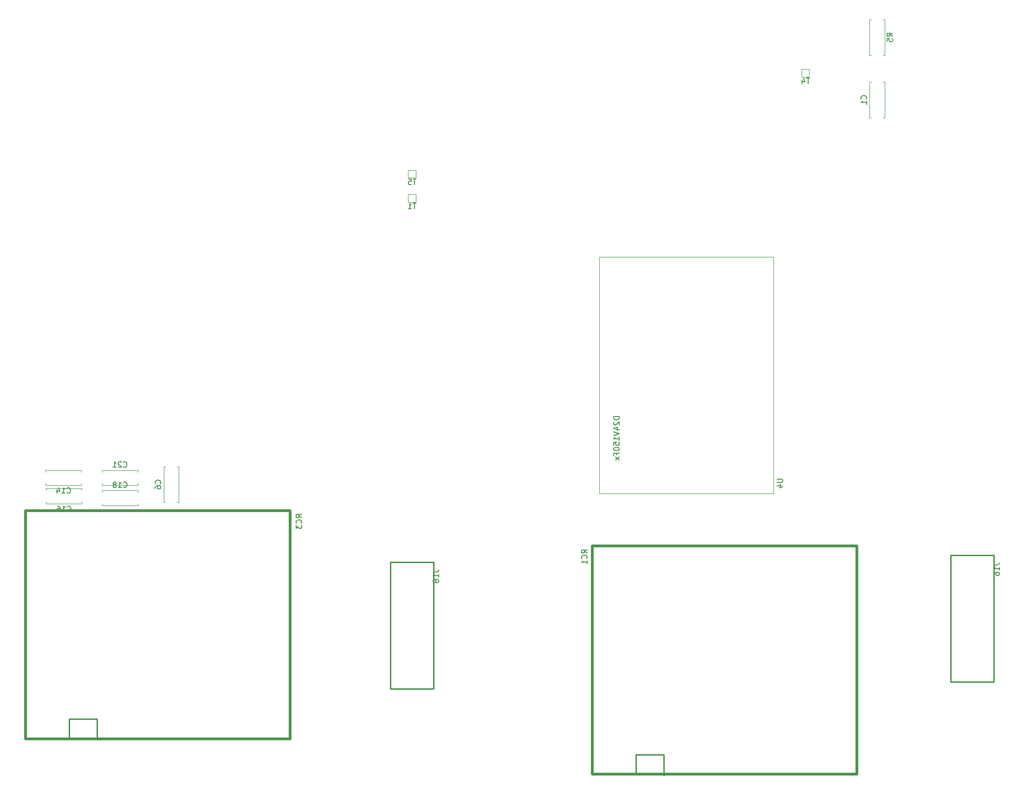
<source format=gbo>
G04 #@! TF.GenerationSoftware,KiCad,Pcbnew,(5.1.10-1-10_14)*
G04 #@! TF.CreationDate,2022-06-07T22:38:41-07:00*
G04 #@! TF.ProjectId,Control_Boards,436f6e74-726f-46c5-9f42-6f617264732e,rev?*
G04 #@! TF.SameCoordinates,Original*
G04 #@! TF.FileFunction,Legend,Bot*
G04 #@! TF.FilePolarity,Positive*
%FSLAX46Y46*%
G04 Gerber Fmt 4.6, Leading zero omitted, Abs format (unit mm)*
G04 Created by KiCad (PCBNEW (5.1.10-1-10_14)) date 2022-06-07 22:38:41*
%MOMM*%
%LPD*%
G01*
G04 APERTURE LIST*
%ADD10C,0.120000*%
%ADD11C,0.250000*%
%ADD12C,0.500000*%
%ADD13C,0.150000*%
G04 APERTURE END LIST*
D10*
X146177000Y-115506500D02*
X156337000Y-115506500D01*
X156337000Y-115506500D02*
X177927000Y-115506500D01*
X146177000Y-115506500D02*
X146177000Y-72326500D01*
X146177000Y-72326500D02*
X177927000Y-72326500D01*
X177927000Y-72326500D02*
X177927000Y-115506500D01*
X183069000Y-39435000D02*
X184469000Y-39435000D01*
X184469000Y-39435000D02*
X184469000Y-38035000D01*
X184469000Y-38035000D02*
X183069000Y-38035000D01*
X183069000Y-38035000D02*
X183069000Y-39435000D01*
X111314000Y-62295000D02*
X112714000Y-62295000D01*
X112714000Y-62295000D02*
X112714000Y-60895000D01*
X112714000Y-60895000D02*
X111314000Y-60895000D01*
X111314000Y-60895000D02*
X111314000Y-62295000D01*
X111314000Y-57850000D02*
X112714000Y-57850000D01*
X112714000Y-57850000D02*
X112714000Y-56450000D01*
X112714000Y-56450000D02*
X111314000Y-56450000D01*
X111314000Y-56450000D02*
X111314000Y-57850000D01*
D11*
X54605575Y-156654858D02*
X54605575Y-160464858D01*
X49525575Y-156654858D02*
X54605575Y-156654858D01*
X49525575Y-160210858D02*
X49525575Y-156654858D01*
D12*
X89835575Y-118604858D02*
X41575575Y-118604858D01*
X89835575Y-160260858D02*
X89835575Y-118604858D01*
X41575575Y-160260858D02*
X89835575Y-160260858D01*
X41575575Y-118604858D02*
X41575575Y-160260858D01*
D11*
X218186000Y-126746000D02*
X218186000Y-149860000D01*
X210312000Y-149860000D02*
X218186000Y-149860000D01*
X210312000Y-126746000D02*
X210312000Y-149860000D01*
X210312000Y-126746000D02*
X218186000Y-126746000D01*
X115951000Y-128016000D02*
X115951000Y-151130000D01*
X108077000Y-151130000D02*
X115951000Y-151130000D01*
X108077000Y-128016000D02*
X108077000Y-151130000D01*
X108077000Y-128016000D02*
X115951000Y-128016000D01*
X157946770Y-163112086D02*
X157946770Y-166922086D01*
X152866770Y-163112086D02*
X157946770Y-163112086D01*
X152866770Y-166668086D02*
X152866770Y-163112086D01*
D12*
X193176770Y-125062086D02*
X144916770Y-125062086D01*
X193176770Y-166718086D02*
X193176770Y-125062086D01*
X144916770Y-166718086D02*
X193176770Y-166718086D01*
X144916770Y-125062086D02*
X144916770Y-166718086D01*
D10*
X62020200Y-111545500D02*
X62020200Y-111215500D01*
X62020200Y-111215500D02*
X55480200Y-111215500D01*
X55480200Y-111215500D02*
X55480200Y-111545500D01*
X62020200Y-113625500D02*
X62020200Y-113955500D01*
X62020200Y-113955500D02*
X55480200Y-113955500D01*
X55480200Y-113955500D02*
X55480200Y-113625500D01*
X67057400Y-110560100D02*
X66727400Y-110560100D01*
X66727400Y-110560100D02*
X66727400Y-117100100D01*
X66727400Y-117100100D02*
X67057400Y-117100100D01*
X69137400Y-110560100D02*
X69467400Y-110560100D01*
X69467400Y-110560100D02*
X69467400Y-117100100D01*
X69467400Y-117100100D02*
X69137400Y-117100100D01*
X62045600Y-115228500D02*
X62045600Y-114898500D01*
X62045600Y-114898500D02*
X55505600Y-114898500D01*
X55505600Y-114898500D02*
X55505600Y-115228500D01*
X62045600Y-117308500D02*
X62045600Y-117638500D01*
X62045600Y-117638500D02*
X55505600Y-117638500D01*
X55505600Y-117638500D02*
X55505600Y-117308500D01*
X45193200Y-113625500D02*
X45193200Y-113955500D01*
X45193200Y-113955500D02*
X51733200Y-113955500D01*
X51733200Y-113955500D02*
X51733200Y-113625500D01*
X45193200Y-111545500D02*
X45193200Y-111215500D01*
X45193200Y-111215500D02*
X51733200Y-111215500D01*
X51733200Y-111215500D02*
X51733200Y-111545500D01*
X45269400Y-116978300D02*
X45269400Y-117308300D01*
X45269400Y-117308300D02*
X51809400Y-117308300D01*
X51809400Y-117308300D02*
X51809400Y-116978300D01*
X45269400Y-114898300D02*
X45269400Y-114568300D01*
X45269400Y-114568300D02*
X51809400Y-114568300D01*
X51809400Y-114568300D02*
X51809400Y-114898300D01*
X195802253Y-40350465D02*
X195472253Y-40350465D01*
X195472253Y-40350465D02*
X195472253Y-46890465D01*
X195472253Y-46890465D02*
X195802253Y-46890465D01*
X197882253Y-40350465D02*
X198212253Y-40350465D01*
X198212253Y-40350465D02*
X198212253Y-46890465D01*
X198212253Y-46890465D02*
X197882253Y-46890465D01*
X197882253Y-35460465D02*
X198212253Y-35460465D01*
X198212253Y-35460465D02*
X198212253Y-28920465D01*
X198212253Y-28920465D02*
X197882253Y-28920465D01*
X195802253Y-35460465D02*
X195472253Y-35460465D01*
X195472253Y-35460465D02*
X195472253Y-28920465D01*
X195472253Y-28920465D02*
X195802253Y-28920465D01*
D13*
X178649380Y-112839595D02*
X179458904Y-112839595D01*
X179554142Y-112887214D01*
X179601761Y-112934833D01*
X179649380Y-113030071D01*
X179649380Y-113220547D01*
X179601761Y-113315785D01*
X179554142Y-113363404D01*
X179458904Y-113411023D01*
X178649380Y-113411023D01*
X178982714Y-114315785D02*
X179649380Y-114315785D01*
X178601761Y-114077690D02*
X179316047Y-113839595D01*
X179316047Y-114458642D01*
X149804380Y-101441738D02*
X148804380Y-101441738D01*
X148804380Y-101679833D01*
X148852000Y-101822690D01*
X148947238Y-101917928D01*
X149042476Y-101965547D01*
X149232952Y-102013166D01*
X149375809Y-102013166D01*
X149566285Y-101965547D01*
X149661523Y-101917928D01*
X149756761Y-101822690D01*
X149804380Y-101679833D01*
X149804380Y-101441738D01*
X148899619Y-102394119D02*
X148852000Y-102441738D01*
X148804380Y-102536976D01*
X148804380Y-102775071D01*
X148852000Y-102870309D01*
X148899619Y-102917928D01*
X148994857Y-102965547D01*
X149090095Y-102965547D01*
X149232952Y-102917928D01*
X149804380Y-102346500D01*
X149804380Y-102965547D01*
X149137714Y-103822690D02*
X149804380Y-103822690D01*
X148756761Y-103584595D02*
X149471047Y-103346500D01*
X149471047Y-103965547D01*
X148804380Y-104203642D02*
X149804380Y-104536976D01*
X148804380Y-104870309D01*
X149804380Y-105727452D02*
X149804380Y-105156023D01*
X149804380Y-105441738D02*
X148804380Y-105441738D01*
X148947238Y-105346500D01*
X149042476Y-105251261D01*
X149090095Y-105156023D01*
X148804380Y-106632214D02*
X148804380Y-106156023D01*
X149280571Y-106108404D01*
X149232952Y-106156023D01*
X149185333Y-106251261D01*
X149185333Y-106489357D01*
X149232952Y-106584595D01*
X149280571Y-106632214D01*
X149375809Y-106679833D01*
X149613904Y-106679833D01*
X149709142Y-106632214D01*
X149756761Y-106584595D01*
X149804380Y-106489357D01*
X149804380Y-106251261D01*
X149756761Y-106156023D01*
X149709142Y-106108404D01*
X148804380Y-107298880D02*
X148804380Y-107394119D01*
X148852000Y-107489357D01*
X148899619Y-107536976D01*
X148994857Y-107584595D01*
X149185333Y-107632214D01*
X149423428Y-107632214D01*
X149613904Y-107584595D01*
X149709142Y-107536976D01*
X149756761Y-107489357D01*
X149804380Y-107394119D01*
X149804380Y-107298880D01*
X149756761Y-107203642D01*
X149709142Y-107156023D01*
X149613904Y-107108404D01*
X149423428Y-107060785D01*
X149185333Y-107060785D01*
X148994857Y-107108404D01*
X148899619Y-107156023D01*
X148852000Y-107203642D01*
X148804380Y-107298880D01*
X149280571Y-108394119D02*
X149280571Y-108060785D01*
X149804380Y-108060785D02*
X148804380Y-108060785D01*
X148804380Y-108536976D01*
X149804380Y-108822690D02*
X149137714Y-109346500D01*
X149137714Y-108822690D02*
X149804380Y-109346500D01*
X184530904Y-39635380D02*
X183959476Y-39635380D01*
X184245190Y-40635380D02*
X184245190Y-39635380D01*
X183197571Y-39968714D02*
X183197571Y-40635380D01*
X183435666Y-39587761D02*
X183673761Y-40302047D01*
X183054714Y-40302047D01*
X112775904Y-62495380D02*
X112204476Y-62495380D01*
X112490190Y-63495380D02*
X112490190Y-62495380D01*
X111347333Y-63495380D02*
X111918761Y-63495380D01*
X111633047Y-63495380D02*
X111633047Y-62495380D01*
X111728285Y-62638238D01*
X111823523Y-62733476D01*
X111918761Y-62781095D01*
X112775904Y-58050380D02*
X112204476Y-58050380D01*
X112490190Y-59050380D02*
X112490190Y-58050380D01*
X111394952Y-58050380D02*
X111871142Y-58050380D01*
X111918761Y-58526571D01*
X111871142Y-58478952D01*
X111775904Y-58431333D01*
X111537809Y-58431333D01*
X111442571Y-58478952D01*
X111394952Y-58526571D01*
X111347333Y-58621809D01*
X111347333Y-58859904D01*
X111394952Y-58955142D01*
X111442571Y-59002761D01*
X111537809Y-59050380D01*
X111775904Y-59050380D01*
X111871142Y-59002761D01*
X111918761Y-58955142D01*
X91887955Y-119882691D02*
X91411765Y-119549358D01*
X91887955Y-119311262D02*
X90887955Y-119311262D01*
X90887955Y-119692215D01*
X90935575Y-119787453D01*
X90983194Y-119835072D01*
X91078432Y-119882691D01*
X91221289Y-119882691D01*
X91316527Y-119835072D01*
X91364146Y-119787453D01*
X91411765Y-119692215D01*
X91411765Y-119311262D01*
X91792717Y-120882691D02*
X91840336Y-120835072D01*
X91887955Y-120692215D01*
X91887955Y-120596977D01*
X91840336Y-120454119D01*
X91745098Y-120358881D01*
X91649860Y-120311262D01*
X91459384Y-120263643D01*
X91316527Y-120263643D01*
X91126051Y-120311262D01*
X91030813Y-120358881D01*
X90935575Y-120454119D01*
X90887955Y-120596977D01*
X90887955Y-120692215D01*
X90935575Y-120835072D01*
X90983194Y-120882691D01*
X90887955Y-121216024D02*
X90887955Y-121835072D01*
X91268908Y-121501738D01*
X91268908Y-121644596D01*
X91316527Y-121739834D01*
X91364146Y-121787453D01*
X91459384Y-121835072D01*
X91697479Y-121835072D01*
X91792717Y-121787453D01*
X91840336Y-121739834D01*
X91887955Y-121644596D01*
X91887955Y-121358881D01*
X91840336Y-121263643D01*
X91792717Y-121216024D01*
X218146380Y-128476476D02*
X218860666Y-128476476D01*
X219003523Y-128428857D01*
X219098761Y-128333619D01*
X219146380Y-128190761D01*
X219146380Y-128095523D01*
X219146380Y-129476476D02*
X219146380Y-128905047D01*
X219146380Y-129190761D02*
X218146380Y-129190761D01*
X218289238Y-129095523D01*
X218384476Y-129000285D01*
X218432095Y-128905047D01*
X218146380Y-130333619D02*
X218146380Y-130143142D01*
X218194000Y-130047904D01*
X218241619Y-130000285D01*
X218384476Y-129905047D01*
X218574952Y-129857428D01*
X218955904Y-129857428D01*
X219051142Y-129905047D01*
X219098761Y-129952666D01*
X219146380Y-130047904D01*
X219146380Y-130238380D01*
X219098761Y-130333619D01*
X219051142Y-130381238D01*
X218955904Y-130428857D01*
X218717809Y-130428857D01*
X218622571Y-130381238D01*
X218574952Y-130333619D01*
X218527333Y-130238380D01*
X218527333Y-130047904D01*
X218574952Y-129952666D01*
X218622571Y-129905047D01*
X218717809Y-129857428D01*
X115911380Y-129746476D02*
X116625666Y-129746476D01*
X116768523Y-129698857D01*
X116863761Y-129603619D01*
X116911380Y-129460761D01*
X116911380Y-129365523D01*
X116911380Y-130746476D02*
X116911380Y-130175047D01*
X116911380Y-130460761D02*
X115911380Y-130460761D01*
X116054238Y-130365523D01*
X116149476Y-130270285D01*
X116197095Y-130175047D01*
X116339952Y-131317904D02*
X116292333Y-131222666D01*
X116244714Y-131175047D01*
X116149476Y-131127428D01*
X116101857Y-131127428D01*
X116006619Y-131175047D01*
X115959000Y-131222666D01*
X115911380Y-131317904D01*
X115911380Y-131508380D01*
X115959000Y-131603619D01*
X116006619Y-131651238D01*
X116101857Y-131698857D01*
X116149476Y-131698857D01*
X116244714Y-131651238D01*
X116292333Y-131603619D01*
X116339952Y-131508380D01*
X116339952Y-131317904D01*
X116387571Y-131222666D01*
X116435190Y-131175047D01*
X116530428Y-131127428D01*
X116720904Y-131127428D01*
X116816142Y-131175047D01*
X116863761Y-131222666D01*
X116911380Y-131317904D01*
X116911380Y-131508380D01*
X116863761Y-131603619D01*
X116816142Y-131651238D01*
X116720904Y-131698857D01*
X116530428Y-131698857D01*
X116435190Y-131651238D01*
X116387571Y-131603619D01*
X116339952Y-131508380D01*
X143959350Y-126339919D02*
X143483160Y-126006586D01*
X143959350Y-125768490D02*
X142959350Y-125768490D01*
X142959350Y-126149443D01*
X143006970Y-126244681D01*
X143054589Y-126292300D01*
X143149827Y-126339919D01*
X143292684Y-126339919D01*
X143387922Y-126292300D01*
X143435541Y-126244681D01*
X143483160Y-126149443D01*
X143483160Y-125768490D01*
X143864112Y-127339919D02*
X143911731Y-127292300D01*
X143959350Y-127149443D01*
X143959350Y-127054205D01*
X143911731Y-126911347D01*
X143816493Y-126816109D01*
X143721255Y-126768490D01*
X143530779Y-126720871D01*
X143387922Y-126720871D01*
X143197446Y-126768490D01*
X143102208Y-126816109D01*
X143006970Y-126911347D01*
X142959350Y-127054205D01*
X142959350Y-127149443D01*
X143006970Y-127292300D01*
X143054589Y-127339919D01*
X143959350Y-128292300D02*
X143959350Y-127720871D01*
X143959350Y-128006586D02*
X142959350Y-128006586D01*
X143102208Y-127911347D01*
X143197446Y-127816109D01*
X143245065Y-127720871D01*
X59393057Y-110572642D02*
X59440676Y-110620261D01*
X59583533Y-110667880D01*
X59678771Y-110667880D01*
X59821628Y-110620261D01*
X59916866Y-110525023D01*
X59964485Y-110429785D01*
X60012104Y-110239309D01*
X60012104Y-110096452D01*
X59964485Y-109905976D01*
X59916866Y-109810738D01*
X59821628Y-109715500D01*
X59678771Y-109667880D01*
X59583533Y-109667880D01*
X59440676Y-109715500D01*
X59393057Y-109763119D01*
X59012104Y-109763119D02*
X58964485Y-109715500D01*
X58869247Y-109667880D01*
X58631152Y-109667880D01*
X58535914Y-109715500D01*
X58488295Y-109763119D01*
X58440676Y-109858357D01*
X58440676Y-109953595D01*
X58488295Y-110096452D01*
X59059723Y-110667880D01*
X58440676Y-110667880D01*
X57488295Y-110667880D02*
X58059723Y-110667880D01*
X57774009Y-110667880D02*
X57774009Y-109667880D01*
X57869247Y-109810738D01*
X57964485Y-109905976D01*
X58059723Y-109953595D01*
X66084542Y-113663433D02*
X66132161Y-113615814D01*
X66179780Y-113472957D01*
X66179780Y-113377719D01*
X66132161Y-113234861D01*
X66036923Y-113139623D01*
X65941685Y-113092004D01*
X65751209Y-113044385D01*
X65608352Y-113044385D01*
X65417876Y-113092004D01*
X65322638Y-113139623D01*
X65227400Y-113234861D01*
X65179780Y-113377719D01*
X65179780Y-113472957D01*
X65227400Y-113615814D01*
X65275019Y-113663433D01*
X65179780Y-114520576D02*
X65179780Y-114330100D01*
X65227400Y-114234861D01*
X65275019Y-114187242D01*
X65417876Y-114092004D01*
X65608352Y-114044385D01*
X65989304Y-114044385D01*
X66084542Y-114092004D01*
X66132161Y-114139623D01*
X66179780Y-114234861D01*
X66179780Y-114425338D01*
X66132161Y-114520576D01*
X66084542Y-114568195D01*
X65989304Y-114615814D01*
X65751209Y-114615814D01*
X65655971Y-114568195D01*
X65608352Y-114520576D01*
X65560733Y-114425338D01*
X65560733Y-114234861D01*
X65608352Y-114139623D01*
X65655971Y-114092004D01*
X65751209Y-114044385D01*
X59418457Y-114255642D02*
X59466076Y-114303261D01*
X59608933Y-114350880D01*
X59704171Y-114350880D01*
X59847028Y-114303261D01*
X59942266Y-114208023D01*
X59989885Y-114112785D01*
X60037504Y-113922309D01*
X60037504Y-113779452D01*
X59989885Y-113588976D01*
X59942266Y-113493738D01*
X59847028Y-113398500D01*
X59704171Y-113350880D01*
X59608933Y-113350880D01*
X59466076Y-113398500D01*
X59418457Y-113446119D01*
X58466076Y-114350880D02*
X59037504Y-114350880D01*
X58751790Y-114350880D02*
X58751790Y-113350880D01*
X58847028Y-113493738D01*
X58942266Y-113588976D01*
X59037504Y-113636595D01*
X57894647Y-113779452D02*
X57989885Y-113731833D01*
X58037504Y-113684214D01*
X58085123Y-113588976D01*
X58085123Y-113541357D01*
X58037504Y-113446119D01*
X57989885Y-113398500D01*
X57894647Y-113350880D01*
X57704171Y-113350880D01*
X57608933Y-113398500D01*
X57561314Y-113446119D01*
X57513695Y-113541357D01*
X57513695Y-113588976D01*
X57561314Y-113684214D01*
X57608933Y-113731833D01*
X57704171Y-113779452D01*
X57894647Y-113779452D01*
X57989885Y-113827071D01*
X58037504Y-113874690D01*
X58085123Y-113969928D01*
X58085123Y-114160404D01*
X58037504Y-114255642D01*
X57989885Y-114303261D01*
X57894647Y-114350880D01*
X57704171Y-114350880D01*
X57608933Y-114303261D01*
X57561314Y-114255642D01*
X57513695Y-114160404D01*
X57513695Y-113969928D01*
X57561314Y-113874690D01*
X57608933Y-113827071D01*
X57704171Y-113779452D01*
X49106057Y-115312642D02*
X49153676Y-115360261D01*
X49296533Y-115407880D01*
X49391771Y-115407880D01*
X49534628Y-115360261D01*
X49629866Y-115265023D01*
X49677485Y-115169785D01*
X49725104Y-114979309D01*
X49725104Y-114836452D01*
X49677485Y-114645976D01*
X49629866Y-114550738D01*
X49534628Y-114455500D01*
X49391771Y-114407880D01*
X49296533Y-114407880D01*
X49153676Y-114455500D01*
X49106057Y-114503119D01*
X48153676Y-115407880D02*
X48725104Y-115407880D01*
X48439390Y-115407880D02*
X48439390Y-114407880D01*
X48534628Y-114550738D01*
X48629866Y-114645976D01*
X48725104Y-114693595D01*
X47296533Y-114741214D02*
X47296533Y-115407880D01*
X47534628Y-114360261D02*
X47772723Y-115074547D01*
X47153676Y-115074547D01*
X49182257Y-118665442D02*
X49229876Y-118713061D01*
X49372733Y-118760680D01*
X49467971Y-118760680D01*
X49610828Y-118713061D01*
X49706066Y-118617823D01*
X49753685Y-118522585D01*
X49801304Y-118332109D01*
X49801304Y-118189252D01*
X49753685Y-117998776D01*
X49706066Y-117903538D01*
X49610828Y-117808300D01*
X49467971Y-117760680D01*
X49372733Y-117760680D01*
X49229876Y-117808300D01*
X49182257Y-117855919D01*
X48229876Y-118760680D02*
X48801304Y-118760680D01*
X48515590Y-118760680D02*
X48515590Y-117760680D01*
X48610828Y-117903538D01*
X48706066Y-117998776D01*
X48801304Y-118046395D01*
X47372733Y-117760680D02*
X47563209Y-117760680D01*
X47658447Y-117808300D01*
X47706066Y-117855919D01*
X47801304Y-117998776D01*
X47848923Y-118189252D01*
X47848923Y-118570204D01*
X47801304Y-118665442D01*
X47753685Y-118713061D01*
X47658447Y-118760680D01*
X47467971Y-118760680D01*
X47372733Y-118713061D01*
X47325114Y-118665442D01*
X47277495Y-118570204D01*
X47277495Y-118332109D01*
X47325114Y-118236871D01*
X47372733Y-118189252D01*
X47467971Y-118141633D01*
X47658447Y-118141633D01*
X47753685Y-118189252D01*
X47801304Y-118236871D01*
X47848923Y-118332109D01*
X194829395Y-43453798D02*
X194877014Y-43406179D01*
X194924633Y-43263322D01*
X194924633Y-43168084D01*
X194877014Y-43025226D01*
X194781776Y-42929988D01*
X194686538Y-42882369D01*
X194496062Y-42834750D01*
X194353205Y-42834750D01*
X194162729Y-42882369D01*
X194067491Y-42929988D01*
X193972253Y-43025226D01*
X193924633Y-43168084D01*
X193924633Y-43263322D01*
X193972253Y-43406179D01*
X194019872Y-43453798D01*
X194924633Y-44406179D02*
X194924633Y-43834750D01*
X194924633Y-44120465D02*
X193924633Y-44120465D01*
X194067491Y-44025226D01*
X194162729Y-43929988D01*
X194210348Y-43834750D01*
X199664633Y-32023798D02*
X199188443Y-31690465D01*
X199664633Y-31452369D02*
X198664633Y-31452369D01*
X198664633Y-31833322D01*
X198712253Y-31928560D01*
X198759872Y-31976179D01*
X198855110Y-32023798D01*
X198997967Y-32023798D01*
X199093205Y-31976179D01*
X199140824Y-31928560D01*
X199188443Y-31833322D01*
X199188443Y-31452369D01*
X198664633Y-32928560D02*
X198664633Y-32452369D01*
X199140824Y-32404750D01*
X199093205Y-32452369D01*
X199045586Y-32547607D01*
X199045586Y-32785703D01*
X199093205Y-32880941D01*
X199140824Y-32928560D01*
X199236062Y-32976179D01*
X199474157Y-32976179D01*
X199569395Y-32928560D01*
X199617014Y-32880941D01*
X199664633Y-32785703D01*
X199664633Y-32547607D01*
X199617014Y-32452369D01*
X199569395Y-32404750D01*
M02*

</source>
